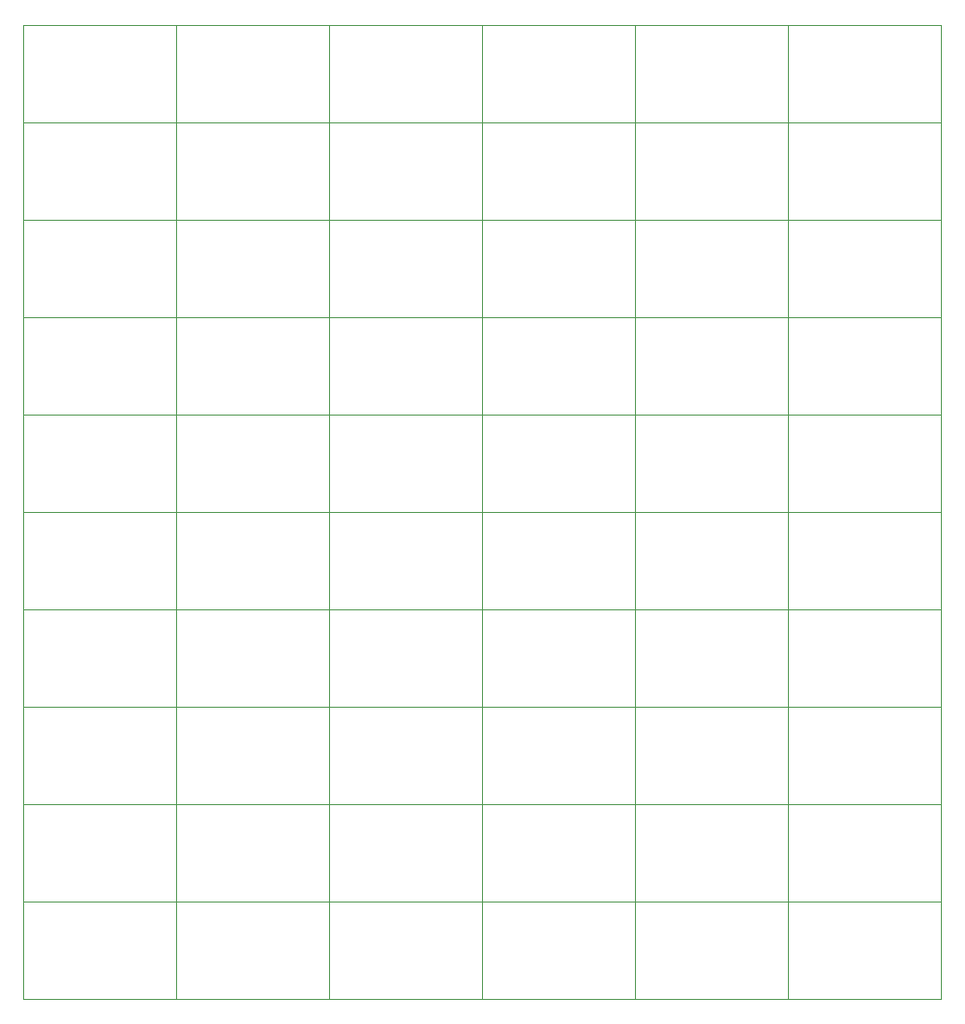
<source format=gbr>
%FSLAX34Y34*%
%MOMM*%
%LNOUTLINE*%
G71*
G01*
%ADD10C, 0.100*%
%LPD*%
G54D10*
X146050Y993775D02*
X6350Y993775D01*
X6350Y904875D01*
X146050Y904875D01*
X146050Y993775D01*
G54D10*
X285750Y993775D02*
X146050Y993775D01*
X146050Y904875D01*
X285750Y904875D01*
X285750Y993775D01*
G54D10*
X425450Y993775D02*
X285750Y993775D01*
X285750Y904875D01*
X425450Y904875D01*
X425450Y993775D01*
G54D10*
X565150Y993775D02*
X425450Y993775D01*
X425450Y904875D01*
X565150Y904875D01*
X565150Y993775D01*
G54D10*
X704850Y993775D02*
X565150Y993775D01*
X565150Y904875D01*
X704850Y904875D01*
X704850Y993775D01*
G54D10*
X844550Y993775D02*
X704850Y993775D01*
X704850Y904875D01*
X844550Y904875D01*
X844550Y993775D01*
G54D10*
X146050Y904875D02*
X6350Y904875D01*
X6350Y815975D01*
X146050Y815975D01*
X146050Y904875D01*
G54D10*
X285750Y904875D02*
X146050Y904875D01*
X146050Y815975D01*
X285750Y815975D01*
X285750Y904875D01*
G54D10*
X425450Y904875D02*
X285750Y904875D01*
X285750Y815975D01*
X425450Y815975D01*
X425450Y904875D01*
G54D10*
X565150Y904875D02*
X425450Y904875D01*
X425450Y815975D01*
X565150Y815975D01*
X565150Y904875D01*
G54D10*
X704850Y904875D02*
X565150Y904875D01*
X565150Y815975D01*
X704850Y815975D01*
X704850Y904875D01*
G54D10*
X844550Y904875D02*
X704850Y904875D01*
X704850Y815975D01*
X844550Y815975D01*
X844550Y904875D01*
G54D10*
X146050Y815975D02*
X6350Y815975D01*
X6350Y727075D01*
X146050Y727075D01*
X146050Y815975D01*
G54D10*
X285750Y815975D02*
X146050Y815975D01*
X146050Y727075D01*
X285750Y727075D01*
X285750Y815975D01*
G54D10*
X425450Y815975D02*
X285750Y815975D01*
X285750Y727075D01*
X425450Y727075D01*
X425450Y815975D01*
G54D10*
X565150Y815975D02*
X425450Y815975D01*
X425450Y727075D01*
X565150Y727075D01*
X565150Y815975D01*
G54D10*
X704850Y815975D02*
X565150Y815975D01*
X565150Y727075D01*
X704850Y727075D01*
X704850Y815975D01*
G54D10*
X844550Y815975D02*
X704850Y815975D01*
X704850Y727075D01*
X844550Y727075D01*
X844550Y815975D01*
G54D10*
X146050Y727075D02*
X6350Y727075D01*
X6350Y638175D01*
X146050Y638175D01*
X146050Y727075D01*
G54D10*
X285750Y727075D02*
X146050Y727075D01*
X146050Y638175D01*
X285750Y638175D01*
X285750Y727075D01*
G54D10*
X425450Y727075D02*
X285750Y727075D01*
X285750Y638175D01*
X425450Y638175D01*
X425450Y727075D01*
G54D10*
X565150Y727075D02*
X425450Y727075D01*
X425450Y638175D01*
X565150Y638175D01*
X565150Y727075D01*
G54D10*
X704850Y727075D02*
X565150Y727075D01*
X565150Y638175D01*
X704850Y638175D01*
X704850Y727075D01*
G54D10*
X844550Y727075D02*
X704850Y727075D01*
X704850Y638175D01*
X844550Y638175D01*
X844550Y727075D01*
G54D10*
X146050Y638175D02*
X6350Y638175D01*
X6350Y549275D01*
X146050Y549275D01*
X146050Y638175D01*
G54D10*
X285750Y638175D02*
X146050Y638175D01*
X146050Y549275D01*
X285750Y549275D01*
X285750Y638175D01*
G54D10*
X425450Y638175D02*
X285750Y638175D01*
X285750Y549275D01*
X425450Y549275D01*
X425450Y638175D01*
G54D10*
X565150Y638175D02*
X425450Y638175D01*
X425450Y549275D01*
X565150Y549275D01*
X565150Y638175D01*
G54D10*
X704850Y638175D02*
X565150Y638175D01*
X565150Y549275D01*
X704850Y549275D01*
X704850Y638175D01*
G54D10*
X844550Y638175D02*
X704850Y638175D01*
X704850Y549275D01*
X844550Y549275D01*
X844550Y638175D01*
G54D10*
X146050Y549275D02*
X6350Y549275D01*
X6350Y460375D01*
X146050Y460375D01*
X146050Y549275D01*
G54D10*
X285750Y549275D02*
X146050Y549275D01*
X146050Y460375D01*
X285750Y460375D01*
X285750Y549275D01*
G54D10*
X425450Y549275D02*
X285750Y549275D01*
X285750Y460375D01*
X425450Y460375D01*
X425450Y549275D01*
G54D10*
X565150Y549275D02*
X425450Y549275D01*
X425450Y460375D01*
X565150Y460375D01*
X565150Y549275D01*
G54D10*
X704850Y549275D02*
X565150Y549275D01*
X565150Y460375D01*
X704850Y460375D01*
X704850Y549275D01*
G54D10*
X844550Y549275D02*
X704850Y549275D01*
X704850Y460375D01*
X844550Y460375D01*
X844550Y549275D01*
G54D10*
X146050Y460375D02*
X6350Y460375D01*
X6350Y371475D01*
X146050Y371475D01*
X146050Y460375D01*
G54D10*
X285750Y460375D02*
X146050Y460375D01*
X146050Y371475D01*
X285750Y371475D01*
X285750Y460375D01*
G54D10*
X425450Y460375D02*
X285750Y460375D01*
X285750Y371475D01*
X425450Y371475D01*
X425450Y460375D01*
G54D10*
X565150Y460375D02*
X425450Y460375D01*
X425450Y371475D01*
X565150Y371475D01*
X565150Y460375D01*
G54D10*
X704850Y460375D02*
X565150Y460375D01*
X565150Y371475D01*
X704850Y371475D01*
X704850Y460375D01*
G54D10*
X844550Y460375D02*
X704850Y460375D01*
X704850Y371475D01*
X844550Y371475D01*
X844550Y460375D01*
G54D10*
X146050Y371475D02*
X6350Y371475D01*
X6350Y282575D01*
X146050Y282575D01*
X146050Y371475D01*
G54D10*
X285750Y371475D02*
X146050Y371475D01*
X146050Y282575D01*
X285750Y282575D01*
X285750Y371475D01*
G54D10*
X425450Y371475D02*
X285750Y371475D01*
X285750Y282575D01*
X425450Y282575D01*
X425450Y371475D01*
G54D10*
X565150Y371475D02*
X425450Y371475D01*
X425450Y282575D01*
X565150Y282575D01*
X565150Y371475D01*
G54D10*
X704850Y371475D02*
X565150Y371475D01*
X565150Y282575D01*
X704850Y282575D01*
X704850Y371475D01*
G54D10*
X844550Y371475D02*
X704850Y371475D01*
X704850Y282575D01*
X844550Y282575D01*
X844550Y371475D01*
G54D10*
X146050Y282575D02*
X6350Y282575D01*
X6350Y193675D01*
X146050Y193675D01*
X146050Y282575D01*
G54D10*
X285750Y282575D02*
X146050Y282575D01*
X146050Y193675D01*
X285750Y193675D01*
X285750Y282575D01*
G54D10*
X425450Y282575D02*
X285750Y282575D01*
X285750Y193675D01*
X425450Y193675D01*
X425450Y282575D01*
G54D10*
X565150Y282575D02*
X425450Y282575D01*
X425450Y193675D01*
X565150Y193675D01*
X565150Y282575D01*
G54D10*
X704850Y282575D02*
X565150Y282575D01*
X565150Y193675D01*
X704850Y193675D01*
X704850Y282575D01*
G54D10*
X844550Y282575D02*
X704850Y282575D01*
X704850Y193675D01*
X844550Y193675D01*
X844550Y282575D01*
G54D10*
X146050Y193675D02*
X6350Y193675D01*
X6350Y104775D01*
X146050Y104775D01*
X146050Y193675D01*
G54D10*
X285750Y193675D02*
X146050Y193675D01*
X146050Y104775D01*
X285750Y104775D01*
X285750Y193675D01*
G54D10*
X425450Y193675D02*
X285750Y193675D01*
X285750Y104775D01*
X425450Y104775D01*
X425450Y193675D01*
G54D10*
X565150Y193675D02*
X425450Y193675D01*
X425450Y104775D01*
X565150Y104775D01*
X565150Y193675D01*
G54D10*
X704850Y193675D02*
X565150Y193675D01*
X565150Y104775D01*
X704850Y104775D01*
X704850Y193675D01*
G54D10*
X844550Y193675D02*
X704850Y193675D01*
X704850Y104775D01*
X844550Y104775D01*
X844550Y193675D01*
M02*

</source>
